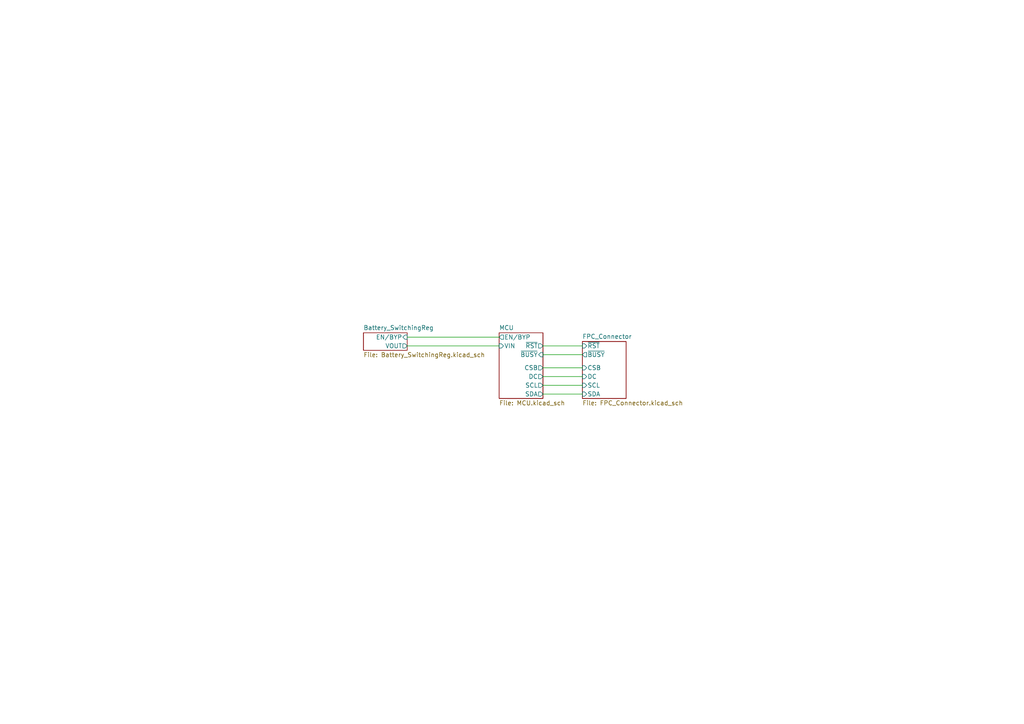
<source format=kicad_sch>
(kicad_sch
	(version 20250114)
	(generator "eeschema")
	(generator_version "9.0")
	(uuid "e60d5bf6-13c9-4eac-86d0-829b3a41090f")
	(paper "A4")
	(title_block
		(title "Game of Life PCB Business Card")
		(date "2025-08-29")
		(rev "1.0")
		(company "Adam Sura")
	)
	(lib_symbols)
	(wire
		(pts
			(xy 157.48 109.22) (xy 168.91 109.22)
		)
		(stroke
			(width 0)
			(type default)
		)
		(uuid "0228f13f-f3f7-4d3b-84a1-16bca2eb91d8")
	)
	(wire
		(pts
			(xy 157.48 114.3) (xy 168.91 114.3)
		)
		(stroke
			(width 0)
			(type default)
		)
		(uuid "0e493a1a-0518-4489-9ed8-bf2ae46bff59")
	)
	(wire
		(pts
			(xy 118.11 100.33) (xy 144.78 100.33)
		)
		(stroke
			(width 0)
			(type default)
		)
		(uuid "22f7f56e-1901-4883-99e5-3b72b9a5bcd3")
	)
	(wire
		(pts
			(xy 157.48 106.68) (xy 168.91 106.68)
		)
		(stroke
			(width 0)
			(type default)
		)
		(uuid "5c3dd869-f86b-46d7-aece-222a1ea22d8d")
	)
	(wire
		(pts
			(xy 157.48 100.33) (xy 168.91 100.33)
		)
		(stroke
			(width 0)
			(type default)
		)
		(uuid "71f41a36-d983-46dd-b89a-5303db86bec2")
	)
	(wire
		(pts
			(xy 118.11 97.79) (xy 144.78 97.79)
		)
		(stroke
			(width 0)
			(type default)
		)
		(uuid "859976e6-8185-4b3e-b46f-ea5513cab56c")
	)
	(wire
		(pts
			(xy 157.48 111.76) (xy 168.91 111.76)
		)
		(stroke
			(width 0)
			(type default)
		)
		(uuid "bb0987ec-b735-4709-8a5b-9d582fcc3037")
	)
	(wire
		(pts
			(xy 157.48 102.87) (xy 168.91 102.87)
		)
		(stroke
			(width 0)
			(type default)
		)
		(uuid "fa8040cb-d5a2-4fab-bd43-cadb07e4115e")
	)
	(sheet
		(at 168.91 99.06)
		(size 12.7 16.51)
		(exclude_from_sim no)
		(in_bom yes)
		(on_board yes)
		(dnp no)
		(fields_autoplaced yes)
		(stroke
			(width 0.1524)
			(type solid)
		)
		(fill
			(color 0 0 0 0.0000)
		)
		(uuid "15446891-6fd4-4d81-b94d-311d434d2d9a")
		(property "Sheetname" "FPC_Connector"
			(at 168.91 98.3484 0)
			(effects
				(font
					(size 1.27 1.27)
				)
				(justify left bottom)
			)
		)
		(property "Sheetfile" "FPC_Connector.kicad_sch"
			(at 168.91 116.1546 0)
			(effects
				(font
					(size 1.27 1.27)
				)
				(justify left top)
			)
		)
		(pin "CSB" input
			(at 168.91 106.68 180)
			(uuid "811f9064-2007-4ed1-8f38-0ed604ca2f35")
			(effects
				(font
					(size 1.27 1.27)
				)
				(justify left)
			)
		)
		(pin "~{BUSY}" output
			(at 168.91 102.87 180)
			(uuid "f9aedb84-addb-4179-900e-8a6335653adc")
			(effects
				(font
					(size 1.27 1.27)
				)
				(justify left)
			)
		)
		(pin "SCL" input
			(at 168.91 111.76 180)
			(uuid "0a9b9f07-5f85-43cc-8d87-6bd927976fe4")
			(effects
				(font
					(size 1.27 1.27)
				)
				(justify left)
			)
		)
		(pin "DC" input
			(at 168.91 109.22 180)
			(uuid "46608e9a-5342-4d2c-a424-1840bc497134")
			(effects
				(font
					(size 1.27 1.27)
				)
				(justify left)
			)
		)
		(pin "~{RST}" input
			(at 168.91 100.33 180)
			(uuid "2d08d54e-2612-4a2d-b262-4b60f693c410")
			(effects
				(font
					(size 1.27 1.27)
				)
				(justify left)
			)
		)
		(pin "SDA" input
			(at 168.91 114.3 180)
			(uuid "3b9810b8-faa0-4d81-beb1-41f27a5fb19b")
			(effects
				(font
					(size 1.27 1.27)
				)
				(justify left)
			)
		)
		(instances
			(project "gol_card_pcb"
				(path "/e60d5bf6-13c9-4eac-86d0-829b3a41090f"
					(page "2")
				)
			)
		)
	)
	(sheet
		(at 105.41 96.52)
		(size 12.7 5.08)
		(exclude_from_sim no)
		(in_bom yes)
		(on_board yes)
		(dnp no)
		(fields_autoplaced yes)
		(stroke
			(width 0.1524)
			(type solid)
		)
		(fill
			(color 0 0 0 0.0000)
		)
		(uuid "68f54ec9-4331-40b2-8456-fb9d62aeb600")
		(property "Sheetname" "Battery_SwitchingReg"
			(at 105.41 95.8084 0)
			(effects
				(font
					(size 1.27 1.27)
				)
				(justify left bottom)
			)
		)
		(property "Sheetfile" "Battery_SwitchingReg.kicad_sch"
			(at 105.41 102.1846 0)
			(effects
				(font
					(size 1.27 1.27)
				)
				(justify left top)
			)
		)
		(pin "EN{slash}BYP" input
			(at 118.11 97.79 0)
			(uuid "07dcf497-c4f5-4d18-9360-0fea3f3a7b1b")
			(effects
				(font
					(size 1.27 1.27)
				)
				(justify right)
			)
		)
		(pin "VOUT" output
			(at 118.11 100.33 0)
			(uuid "e82c27de-26c6-4613-973e-d3757bb31780")
			(effects
				(font
					(size 1.27 1.27)
				)
				(justify right)
			)
		)
		(instances
			(project "gol_card_pcb"
				(path "/e60d5bf6-13c9-4eac-86d0-829b3a41090f"
					(page "3")
				)
			)
		)
	)
	(sheet
		(at 144.78 96.52)
		(size 12.7 19.05)
		(exclude_from_sim no)
		(in_bom yes)
		(on_board yes)
		(dnp no)
		(fields_autoplaced yes)
		(stroke
			(width 0.1524)
			(type solid)
		)
		(fill
			(color 0 0 0 0.0000)
		)
		(uuid "cc598111-7297-467f-8dd9-e4bc9027dfc9")
		(property "Sheetname" "MCU"
			(at 144.78 95.8084 0)
			(effects
				(font
					(size 1.27 1.27)
				)
				(justify left bottom)
			)
		)
		(property "Sheetfile" "MCU.kicad_sch"
			(at 144.78 116.1546 0)
			(effects
				(font
					(size 1.27 1.27)
				)
				(justify left top)
			)
		)
		(pin "SDA" output
			(at 157.48 114.3 0)
			(uuid "f26b2934-5fc7-476f-abfa-31b60ea01454")
			(effects
				(font
					(size 1.27 1.27)
				)
				(justify right)
			)
		)
		(pin "SCL" output
			(at 157.48 111.76 0)
			(uuid "4b50116c-9a79-45e3-8d41-5d2b462f895d")
			(effects
				(font
					(size 1.27 1.27)
				)
				(justify right)
			)
		)
		(pin "DC" output
			(at 157.48 109.22 0)
			(uuid "412fd33a-8fd0-421b-b0ad-390370147642")
			(effects
				(font
					(size 1.27 1.27)
				)
				(justify right)
			)
		)
		(pin "~{BUSY}" input
			(at 157.48 102.87 0)
			(uuid "05eeac5a-fdcb-487d-a461-95bc124f0e66")
			(effects
				(font
					(size 1.27 1.27)
				)
				(justify right)
			)
		)
		(pin "EN{slash}BYP" output
			(at 144.78 97.79 180)
			(uuid "835f4e8f-5bc9-4cc1-b390-525f34f4dcd4")
			(effects
				(font
					(size 1.27 1.27)
				)
				(justify left)
			)
		)
		(pin "CSB" output
			(at 157.48 106.68 0)
			(uuid "588bb16f-7afb-45d6-9c45-9c4337cabe93")
			(effects
				(font
					(size 1.27 1.27)
				)
				(justify right)
			)
		)
		(pin "~{RST}" output
			(at 157.48 100.33 0)
			(uuid "59dd3bbb-4a72-41e1-99e7-cc39374a7a8e")
			(effects
				(font
					(size 1.27 1.27)
				)
				(justify right)
			)
		)
		(pin "VIN" input
			(at 144.78 100.33 180)
			(uuid "6acb293a-9ede-4efe-94cd-9886ca17d890")
			(effects
				(font
					(size 1.27 1.27)
				)
				(justify left)
			)
		)
		(instances
			(project "gol_card_pcb"
				(path "/e60d5bf6-13c9-4eac-86d0-829b3a41090f"
					(page "4")
				)
			)
		)
	)
	(sheet_instances
		(path "/"
			(page "1")
		)
	)
	(embedded_fonts no)
)

</source>
